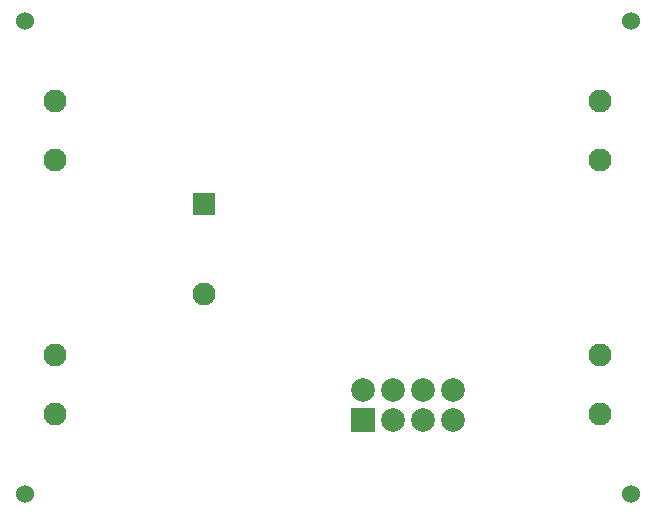
<source format=gbr>
%TF.GenerationSoftware,Altium Limited,Altium Designer,21.8.1 (53)*%
G04 Layer_Color=255*
%FSLAX43Y43*%
%MOMM*%
%TF.SameCoordinates,7B22A04A-8AF3-4E57-AB0C-0AC604AFDBEB*%
%TF.FilePolarity,Positive*%
%TF.FileFunction,Pads,Bot*%
%TF.Part,Single*%
G01*
G75*
%TA.AperFunction,ComponentPad*%
%ADD13C,2.000*%
%ADD14R,2.000X2.000*%
%ADD15R,1.950X1.950*%
%ADD16C,1.950*%
%TA.AperFunction,ViaPad*%
%ADD17C,1.524*%
D13*
X39792Y12310D02*
D03*
Y9770D02*
D03*
X37252Y12310D02*
D03*
Y9770D02*
D03*
X34712Y12310D02*
D03*
Y9770D02*
D03*
X32172Y12310D02*
D03*
D14*
Y9770D02*
D03*
D15*
X18650Y28030D02*
D03*
D16*
Y20410D02*
D03*
X52200Y15250D02*
D03*
Y10250D02*
D03*
X6100Y31750D02*
D03*
Y36750D02*
D03*
X52200D02*
D03*
Y31750D02*
D03*
X6100Y10250D02*
D03*
Y15250D02*
D03*
D17*
X3500Y43500D02*
D03*
Y3500D02*
D03*
X54800D02*
D03*
Y43500D02*
D03*
%TF.MD5,5f1b14b81d2da0bc59601437932aaa05*%
M02*

</source>
